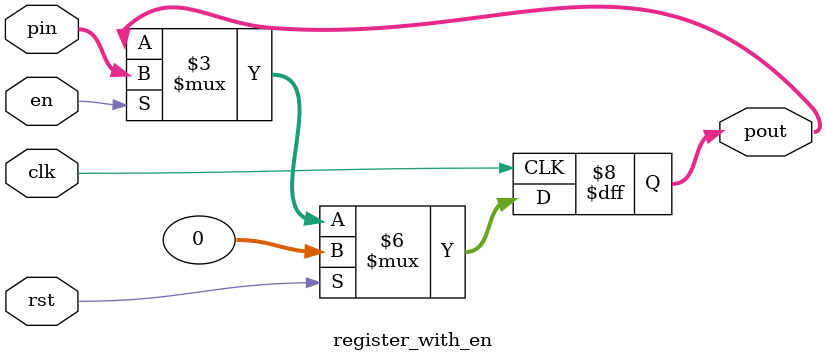
<source format=sv>
module register_with_en(clk,rst,pin,en, pout);
    input clk,rst,en;
    input [31:0] pin;
    output [31:0] pout;
    reg [31:0] pout = 32'd0;
    always @(posedge clk) begin
        if(rst)
            pout <= 32'd0;
        else
            if(en)
                pout <= pin;
    end
endmodule
</source>
